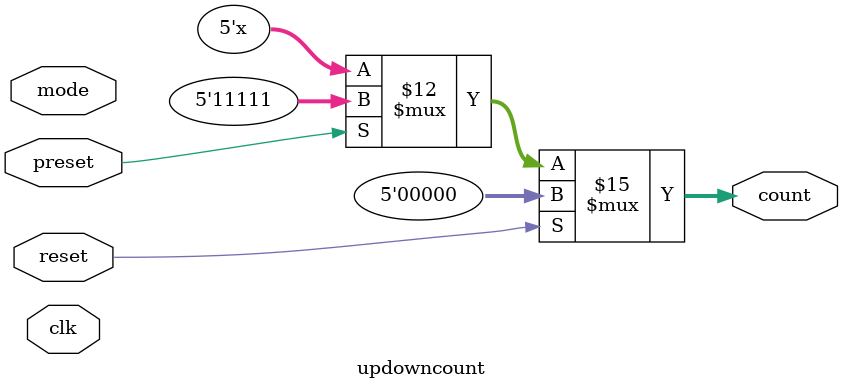
<source format=v>
module updowncount(clk,reset,preset,mode,count);
   input reset,preset,clk,mode;
   output [4:0]count;
   reg [4:0]count;
   
    
   always@(*)  
   //always@(posedge clk or reset or preset)
    begin
     
     if (reset)
       count <= 5'b00000;
     else if (preset)
       count <= 5'b11111;
     else if (mode == 1) //up counter
       count <= count + 1;
     else if (mode == 0) //down counter
       count <= count - 1;
    end
 endmodule
    

</source>
